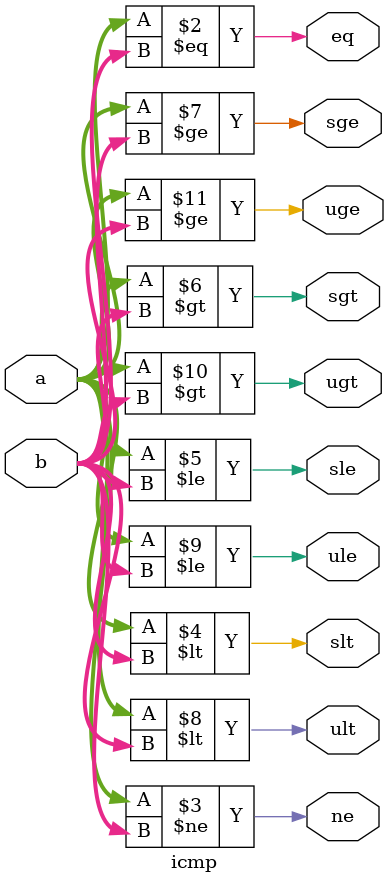
<source format=sv>

module icmp
#(
    parameter BW = 8
)
(
    input logic [BW-1:0] a,
    input logic [BW-1:0] b,
    output logic eq,   // equal
    output logic ne,   // not equal
    output logic slt,  // signed less than
    output logic sle,  // signed less than or equal
    output logic sgt,  // signed greater than
    output logic sge,  // signed greater than or equal
    output logic ult,  // unsigned less than
    output logic ule,  // unsigned less than or equal
    output logic ugt,  // unsigned greater than
    output logic uge   // unsigned greater than or equal
);
    always_comb begin
        // Equality comparisons
        eq = (a == b);
        ne = (a != b);
        
        // Signed comparisons
        slt = ($signed(a) < $signed(b));
        sle = ($signed(a) <= $signed(b));
        sgt = ($signed(a) > $signed(b));
        sge = ($signed(a) >= $signed(b));
        
        // Unsigned comparisons
        ult = (a < b);
        ule = (a <= b);
        ugt = (a > b);
        uge = (a >= b);
    end
endmodule

</source>
